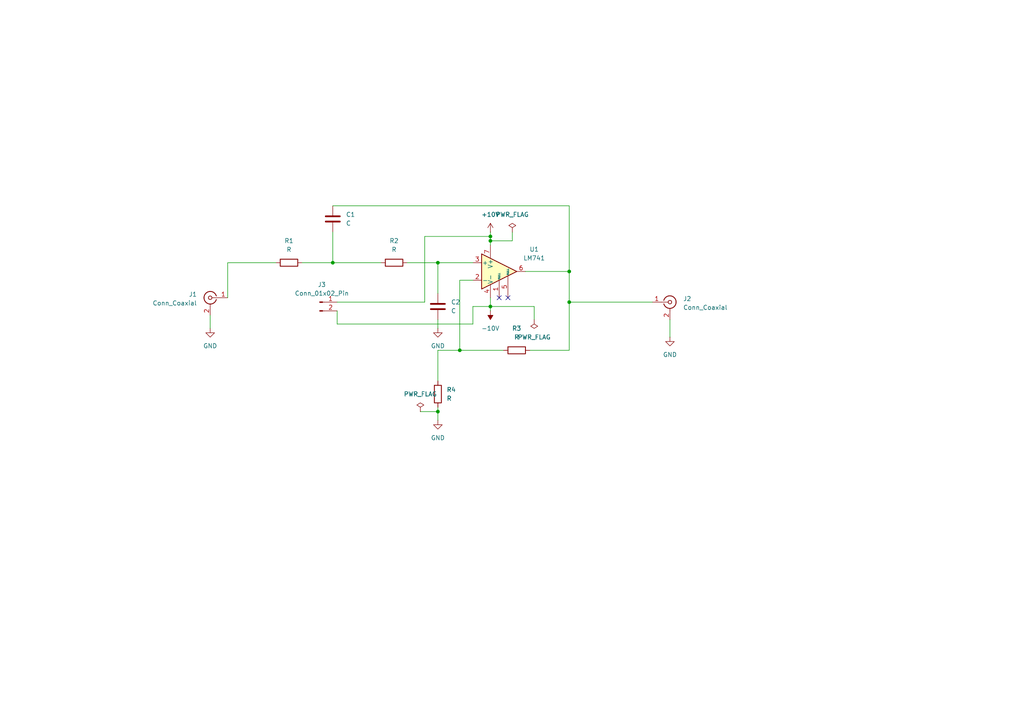
<source format=kicad_sch>
(kicad_sch (version 20250114) (generator "eeschema") (generator_version "9.0")
  (paper "A4")
  (lib_symbols
    (symbol "Amplifier_Operational:LM741" (pin_names (offset 0.127))
      (property "Reference" "U" (at 0 6.35 0))
      (property "Value" "LM741" (at 0 3.81 0))
      (symbol "LM741_0_1"
        (polyline (pts (xy -5.08 5.08) (xy 5.08 0) (xy -5.08 -5.08) (xy -5.08 5.08)) (stroke (width 0.254)) (fill (type background)))
      )
      (symbol "LM741_1_1"
        (pin input line (at -7.62 2.54 0) (length 2.54) (name "+") (number "3"))
        (pin input line (at -7.62 -2.54 0) (length 2.54) (name "-") (number "2"))
        (pin power_in line (at -2.54 7.62 270) (length 3.81) (name "V+") (number "7"))
        (pin power_in line (at -2.54 -7.62 90) (length 3.81) (name "V-") (number "4"))
        (pin no_connect line (at 0 2.54 270) (length 2.54) (hide yes) (name "NC") (number "8"))
        (pin input line (at 0 -7.62 90) (length 5.08) (name "NULL") (number "1"))
        (pin input line (at 2.54 -7.62 90) (length 6.35) (name "NULL") (number "5"))
        (pin output line (at 7.62 0 180) (length 2.54) (name "~") (number "6"))
      )
    )
    (symbol "Connector:Conn_01x02_Pin" (pin_names (offset 1.016) (hide yes))
      (property "Reference" "J" (at 0 2.54 0))
      (property "Value" "Conn_01x02_Pin" (at 0 -5.08 0))
      (symbol "Conn_01x02_Pin_1_1"
        (rectangle (start 0.8636 0.127) (end 0 -0.127) (stroke (width 0.1524)) (fill (type outline)))
        (rectangle (start 0.8636 -2.413) (end 0 -2.667) (stroke (width 0.1524)) (fill (type outline)))
        (polyline (pts (xy 1.27 0) (xy 0.8636 0)) (stroke (width 0.1524)))
        (polyline (pts (xy 1.27 -2.54) (xy 0.8636 -2.54)) (stroke (width 0.1524)))
        (pin passive line (at 5.08 0 180) (length 3.81) (name "Pin_1") (number "1"))
        (pin passive line (at 5.08 -2.54 180) (length 3.81) (name "Pin_2") (number "2"))
      )
    )
    (symbol "Connector:Conn_Coaxial" (pin_names (offset 1.016) (hide yes))
      (property "Reference" "J" (at 0.254 3.048 0))
      (property "Value" "Conn_Coaxial" (at 2.921 0 90))
      (symbol "Conn_Coaxial_0_1"
        (polyline (pts (xy -2.54 0) (xy -0.508 0)))
        (arc (start 1.778 0) (mid 0.222 -1.8079) (end -1.778 -0.508) (stroke (width 0.254)))
        (arc (start -1.778 0.508) (mid 0.2221 1.8084) (end 1.778 0) (stroke (width 0.254)))
        (circle (center 0 0) (radius 0.508) (stroke (width 0.2032)))
        (polyline (pts (xy 0 -2.54) (xy 0 -1.778)))
      )
      (symbol "Conn_Coaxial_1_1"
        (pin passive line (at -5.08 0 0) (length 2.54) (name "In") (number "1"))
        (pin passive line (at 0 -5.08 90) (length 2.54) (name "Ext") (number "2"))
      )
    )
    (symbol "Device:C" (pin_numbers (hide yes)) (pin_names (offset 0.254))
      (property "Reference" "C" (at 0.635 2.54 0))
      (property "Value" "C" (at 0.635 -2.54 0))
      (symbol "C_0_1"
        (polyline (pts (xy -2.032 0.762) (xy 2.032 0.762)) (stroke (width 0.508)))
        (polyline (pts (xy -2.032 -0.762) (xy 2.032 -0.762)) (stroke (width 0.508)))
      )
      (symbol "C_1_1"
        (pin passive line (at 0 3.81 270) (length 2.794) (name "~") (number "1"))
        (pin passive line (at 0 -3.81 90) (length 2.794) (name "~") (number "2"))
      )
    )
    (symbol "Device:R" (pin_numbers (hide yes)) (pin_names (offset 0))
      (property "Reference" "R" (at 2.032 0 90))
      (property "Value" "R" (at 0 0 90))
      (symbol "R_0_1"
        (rectangle (start -1.016 -2.54) (end 1.016 2.54) (stroke (width 0.254)))
      )
      (symbol "R_1_1"
        (pin passive line (at 0 3.81 270) (length 1.27) (name "~") (number "1"))
        (pin passive line (at 0 -3.81 90) (length 1.27) (name "~") (number "2"))
      )
    )
    (symbol "power:+10V" (power) (pin_numbers (hide yes)) (pin_names (offset 0) (hide yes))
      (property "Value" "+10V" (at 0 3.556 0))
      (symbol "+10V_0_1"
        (polyline (pts (xy -0.762 1.27) (xy 0 2.54)))
        (polyline (pts (xy 0 2.54) (xy 0.762 1.27)))
        (polyline (pts (xy 0 0) (xy 0 2.54)))
      )
      (symbol "+10V_1_1"
        (pin power_in line (at 0 0 90) (length 0) (name "~") (number "1"))
      )
    )
    (symbol "power:-10V" (power) (pin_numbers (hide yes)) (pin_names (offset 0) (hide yes))
      (property "Value" "-10V" (at 0 3.556 0))
      (symbol "-10V_0_0"
        (pin power_in line (at 0 0 90) (length 0) (name "~") (number "1"))
      )
      (symbol "-10V_0_1"
        (polyline (pts (xy 0 0) (xy 0 1.27) (xy 0.762 1.27) (xy 0 2.54) (xy -0.762 1.27) (xy 0 1.27)) (fill (type outline)))
      )
    )
    (symbol "power:GND" (power) (pin_numbers (hide yes)) (pin_names (offset 0) (hide yes))
      (property "Value" "GND" (at 0 -3.81 0))
      (symbol "GND_0_1"
        (polyline (pts (xy 0 0) (xy 0 -1.27) (xy 1.27 -1.27) (xy 0 -2.54) (xy -1.27 -1.27) (xy 0 -1.27)))
      )
      (symbol "GND_1_1"
        (pin power_in line (at 0 0 270) (length 0) (name "~") (number "1"))
      )
    )
    (symbol "power:PWR_FLAG" (power) (pin_numbers (hide yes)) (pin_names (offset 0) (hide yes))
      (property "Value" "PWR_FLAG" (at 0 3.81 0))
      (symbol "PWR_FLAG_0_0"
        (pin power_out line (at 0 0 90) (length 0) (name "~") (number "1"))
      )
      (symbol "PWR_FLAG_0_1"
        (polyline (pts (xy 0 0) (xy 0 1.27) (xy -1.016 1.905) (xy 0 2.54) (xy 1.016 1.905) (xy 0 1.27)))
      )
    )
  )
  (junction (at 165.1 87.63))
  (junction (at 142.24 88.9))
  (junction (at 127 76.2))
  (junction (at 127 119.38))
  (junction (at 142.24 69.85))
  (junction (at 142.24 68.58))
  (junction (at 165.1 78.74))
  (junction (at 133.35 101.6))
  (junction (at 96.52 76.2))
  (no_connect (at 147.32 86.36))
  (no_connect (at 144.78 86.36))
  (wire (pts (xy 87.63 76.2) (xy 96.52 76.2)))
  (wire (pts (xy 97.79 87.63) (xy 123.19 87.63)))
  (wire (pts (xy 60.96 91.44) (xy 60.96 95.25)))
  (wire (pts (xy 154.94 92.71) (xy 154.94 88.9)))
  (wire (pts (xy 96.52 76.2) (xy 110.49 76.2)))
  (wire (pts (xy 127 110.49) (xy 127 101.6)))
  (wire (pts (xy 153.67 101.6) (xy 165.1 101.6)))
  (wire (pts (xy 118.11 76.2) (xy 127 76.2)))
  (wire (pts (xy 123.19 87.63) (xy 123.19 68.58)))
  (wire (pts (xy 127 119.38) (xy 127 121.92)))
  (wire (pts (xy 133.35 101.6) (xy 146.05 101.6)))
  (wire (pts (xy 154.94 88.9) (xy 142.24 88.9)))
  (wire (pts (xy 97.79 90.17) (xy 97.79 93.98)))
  (wire (pts (xy 142.24 69.85) (xy 142.24 71.12)))
  (wire (pts (xy 66.04 76.2) (xy 80.01 76.2)))
  (wire (pts (xy 148.59 67.31) (xy 148.59 69.85)))
  (wire (pts (xy 165.1 59.69) (xy 165.1 78.74)))
  (wire (pts (xy 66.04 86.36) (xy 66.04 76.2)))
  (wire (pts (xy 96.52 59.69) (xy 165.1 59.69)))
  (wire (pts (xy 127 92.71) (xy 127 95.25)))
  (wire (pts (xy 152.4 78.74) (xy 165.1 78.74)))
  (wire (pts (xy 127 118.11) (xy 127 119.38)))
  (wire (pts (xy 142.24 88.9) (xy 142.24 90.17)))
  (wire (pts (xy 165.1 101.6) (xy 165.1 87.63)))
  (wire (pts (xy 165.1 87.63) (xy 189.23 87.63)))
  (wire (pts (xy 137.16 88.9) (xy 142.24 88.9)))
  (wire (pts (xy 142.24 86.36) (xy 142.24 88.9)))
  (wire (pts (xy 165.1 78.74) (xy 165.1 87.63)))
  (wire (pts (xy 194.31 92.71) (xy 194.31 97.79)))
  (wire (pts (xy 127 101.6) (xy 133.35 101.6)))
  (wire (pts (xy 96.52 67.31) (xy 96.52 76.2)))
  (wire (pts (xy 97.79 93.98) (xy 137.16 93.98)))
  (wire (pts (xy 137.16 81.28) (xy 133.35 81.28)))
  (wire (pts (xy 142.24 67.31) (xy 142.24 68.58)))
  (wire (pts (xy 127 76.2) (xy 127 85.09)))
  (wire (pts (xy 123.19 68.58) (xy 142.24 68.58)))
  (wire (pts (xy 142.24 68.58) (xy 142.24 69.85)))
  (wire (pts (xy 133.35 81.28) (xy 133.35 101.6)))
  (wire (pts (xy 137.16 93.98) (xy 137.16 88.9)))
  (wire (pts (xy 127 76.2) (xy 137.16 76.2)))
  (wire (pts (xy 121.92 119.38) (xy 127 119.38)))
  (wire (pts (xy 148.59 69.85) (xy 142.24 69.85)))
  (symbol (lib_id "Device:R") (at 127 114.3 180) (unit 1)
    (property "Reference" "R4" (at 129.54 113.0299 0) (effects (justify right)))
    (property "Value" "R" (at 129.54 115.5699 0) (effects (justify right)))
    (property "Footprint" "Resistor_THT:R_Axial_DIN0204_L3.6mm_D1.6mm_P7.62mm_Horizontal" (effects (hide yes)))
    (property "Description" "Resistor" (effects (hide yes)))
  )
  (symbol (lib_id "Connector:Conn_01x02_Pin") (at 92.71 87.63 0) (unit 1)
    (property "Reference" "J3" (at 93.345 82.55 0))
    (property "Value" "Conn_01x02_Pin" (at 93.345 85.09 0))
    (property "Footprint" "Connector:Banana_Jack_2Pin" (effects (hide yes)))
    (property "Description" "Generic connector, single row, 01x02, script generated" (effects (hide yes)))
  )
  (symbol (lib_id "Amplifier_Operational:LM741") (at 144.78 78.74 0) (unit 1)
    (property "Reference" "U1" (at 154.94 72.3198 0))
    (property "Value" "LM741" (at 154.94 74.8598 0))
    (property "Footprint" "Package_DIP:DIP-8_W7.62mm_LongPads" (effects (hide yes)))
    (property "Datasheet" "http://www.ti.com/lit/ds/symlink/lm741.pdf" (effects (hide yes)))
    (property "Description" "Operational Amplifier, DIP-8/TO-99-8" (effects (hide yes)))
  )
  (symbol (lib_id "Device:C") (at 96.52 63.5 0) (unit 1)
    (property "Reference" "C1" (at 100.33 62.2299 0) (effects (justify left)))
    (property "Value" "C" (at 100.33 64.7699 0) (effects (justify left)))
    (property "Footprint" "Capacitor_THT:C_Disc_D5.0mm_W2.5mm_P5.00mm" (effects (hide yes)))
    (property "Description" "Unpolarized capacitor" (effects (hide yes)))
  )
  (symbol (lib_id "power:PWR_FLAG") (at 148.59 67.31 0) (unit 1)
    (property "Reference" "#FLG02" (effects (hide yes)))
    (property "Value" "PWR_FLAG" (at 148.59 62.23 0))
    (property "Description" "Special symbol for telling ERC where power comes from" (effects (hide yes)))
  )
  (symbol (lib_id "Connector:Conn_Coaxial") (at 60.96 86.36 0) (mirror y) (unit 1)
    (property "Reference" "J1" (at 57.15 85.3831 0) (effects (justify left)))
    (property "Value" "Conn_Coaxial" (at 57.15 87.9231 0) (effects (justify left)))
    (property "Footprint" "Connector_Coaxial:BNC_TEConnectivity_1478035_Horizontal" (effects (hide yes)))
    (property "Description" "coaxial connector (BNC, SMA, SMB, SMC, Cinch/RCA, LEMO, ...)" (effects (hide yes)))
  )
  (symbol (lib_id "power:-10V") (at 142.24 90.17 180) (unit 1)
    (property "Reference" "#PWR06" (effects (hide yes)))
    (property "Value" "-10V" (at 142.24 95.25 0))
    (property "Description" "Power symbol creates a global label with name \"-10V\"" (effects (hide yes)))
  )
  (symbol (lib_id "Device:R") (at 114.3 76.2 90) (unit 1)
    (property "Reference" "R2" (at 114.3 69.85 90))
    (property "Value" "R" (at 114.3 72.39 90))
    (property "Footprint" "Resistor_THT:R_Axial_DIN0204_L3.6mm_D1.6mm_P7.62mm_Horizontal" (effects (hide yes)))
    (property "Description" "Resistor" (effects (hide yes)))
  )
  (symbol (lib_id "power:PWR_FLAG") (at 154.94 92.71 180) (unit 1)
    (property "Reference" "#FLG03" (effects (hide yes)))
    (property "Value" "PWR_FLAG" (at 154.94 97.79 0))
    (property "Description" "Special symbol for telling ERC where power comes from" (effects (hide yes)))
  )
  (symbol (lib_id "Device:C") (at 127 88.9 0) (unit 1)
    (property "Reference" "C2" (at 130.81 87.6299 0) (effects (justify left)))
    (property "Value" "C" (at 130.81 90.1699 0) (effects (justify left)))
    (property "Footprint" "Capacitor_THT:C_Disc_D5.0mm_W2.5mm_P5.00mm" (effects (hide yes)))
    (property "Description" "Unpolarized capacitor" (effects (hide yes)))
  )
  (symbol (lib_id "power:GND") (at 194.31 97.79 0) (unit 1)
    (property "Reference" "#PWR03" (effects (hide yes)))
    (property "Value" "GND" (at 194.31 102.87 0))
    (property "Description" "Power symbol creates a global label with name \"GND\" , ground" (effects (hide yes)))
  )
  (symbol (lib_id "Device:R") (at 149.86 101.6 90) (unit 1)
    (property "Reference" "R3" (at 149.86 95.25 90))
    (property "Value" "R" (at 149.86 97.79 90))
    (property "Footprint" "Resistor_THT:R_Axial_DIN0204_L3.6mm_D1.6mm_P7.62mm_Horizontal" (effects (hide yes)))
    (property "Description" "Resistor" (effects (hide yes)))
  )
  (symbol (lib_id "power:GND") (at 60.96 95.25 0) (unit 1)
    (property "Reference" "#PWR02" (effects (hide yes)))
    (property "Value" "GND" (at 60.96 100.33 0))
    (property "Description" "Power symbol creates a global label with name \"GND\" , ground" (effects (hide yes)))
  )
  (symbol (lib_id "power:GND") (at 127 95.25 0) (unit 1)
    (property "Reference" "#PWR04" (effects (hide yes)))
    (property "Value" "GND" (at 127 100.33 0))
    (property "Description" "Power symbol creates a global label with name \"GND\" , ground" (effects (hide yes)))
  )
  (symbol (lib_id "Connector:Conn_Coaxial") (at 194.31 87.63 0) (unit 1)
    (property "Reference" "J2" (at 198.12 86.6531 0) (effects (justify left)))
    (property "Value" "Conn_Coaxial" (at 198.12 89.1931 0) (effects (justify left)))
    (property "Footprint" "Connector_Coaxial:BNC_TEConnectivity_1478035_Horizontal" (effects (hide yes)))
    (property "Description" "coaxial connector (BNC, SMA, SMB, SMC, Cinch/RCA, LEMO, ...)" (effects (hide yes)))
  )
  (symbol (lib_id "Device:R") (at 83.82 76.2 90) (unit 1)
    (property "Reference" "R1" (at 83.82 69.85 90))
    (property "Value" "R" (at 83.82 72.39 90))
    (property "Footprint" "Resistor_THT:R_Axial_DIN0204_L3.6mm_D1.6mm_P7.62mm_Horizontal" (effects (hide yes)))
    (property "Description" "Resistor" (effects (hide yes)))
  )
  (symbol (lib_id "power:PWR_FLAG") (at 121.92 119.38 0) (unit 1)
    (property "Reference" "#FLG01" (effects (hide yes)))
    (property "Value" "PWR_FLAG" (at 121.92 114.3 0))
    (property "Description" "Special symbol for telling ERC where power comes from" (effects (hide yes)))
  )
  (symbol (lib_id "power:GND") (at 127 121.92 0) (unit 1)
    (property "Reference" "#PWR01" (effects (hide yes)))
    (property "Value" "GND" (at 127 127 0))
    (property "Description" "Power symbol creates a global label with name \"GND\" , ground" (effects (hide yes)))
  )
  (symbol (lib_id "power:+10V") (at 142.24 67.31 0) (unit 1)
    (property "Reference" "#PWR05" (effects (hide yes)))
    (property "Value" "+10V" (at 142.24 62.23 0))
    (property "Description" "Power symbol creates a global label with name \"+10V\"" (effects (hide yes)))
  )
)
</source>
